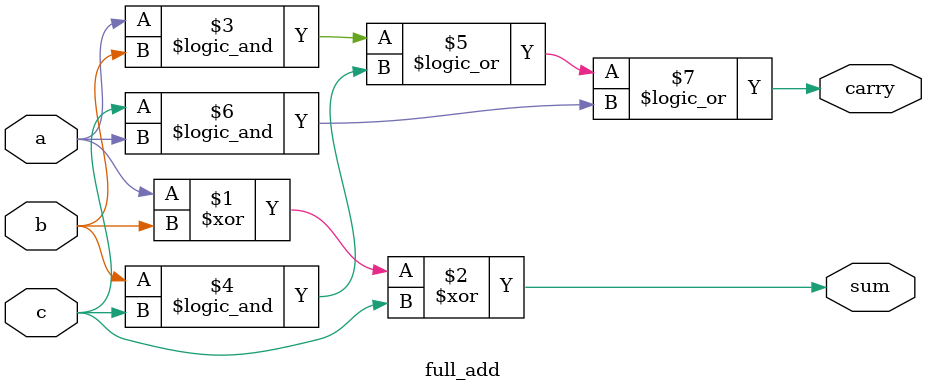
<source format=v>
module full_add(a,b,c,carry,sum);
input a,b,c;
output sum,carry;
assign sum=a^b^c;
assign carry=(a&&b)||(b&&c)||(c&&a);
endmodule
</source>
